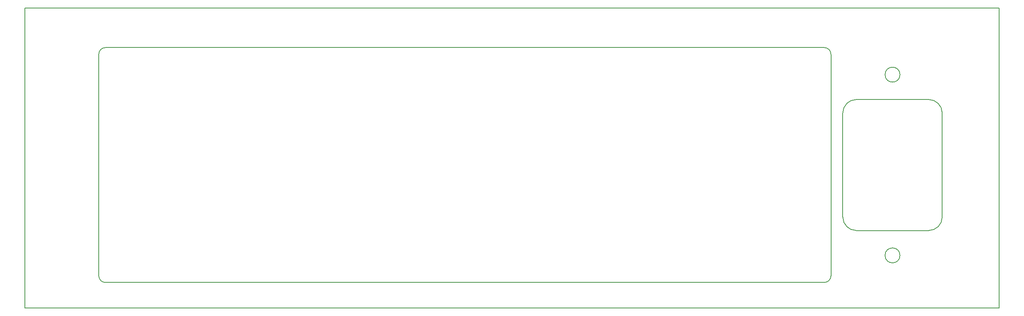
<source format=gbr>
%TF.GenerationSoftware,KiCad,Pcbnew,5.1.6*%
%TF.CreationDate,2020-07-29T12:52:39+02:00*%
%TF.ProjectId,backplate,6261636b-706c-4617-9465-2e6b69636164,rev?*%
%TF.SameCoordinates,Original*%
%TF.FileFunction,Profile,NP*%
%FSLAX46Y46*%
G04 Gerber Fmt 4.6, Leading zero omitted, Abs format (unit mm)*
G04 Created by KiCad (PCBNEW 5.1.6) date 2020-07-29 12:52:39*
%MOMM*%
%LPD*%
G01*
G04 APERTURE LIST*
%TA.AperFunction,Profile*%
%ADD10C,0.200000*%
%TD*%
G04 APERTURE END LIST*
D10*
X253740000Y-68249999D02*
X253740000Y-134649999D01*
X219120000Y-91500000D02*
G75*
G02*
X222120000Y-88500000I3000000J0D01*
G01*
X222120000Y-117500000D02*
X238120000Y-117500000D01*
X222120000Y-117500000D02*
G75*
G02*
X219120000Y-114500000I0J3000000D01*
G01*
X231770000Y-83000000D02*
G75*
G03*
X231770000Y-83000000I-1650000J0D01*
G01*
X241120000Y-114500000D02*
X241120000Y-91500000D01*
X238120000Y-88500000D02*
G75*
G02*
X241120000Y-91500000I0J-3000000D01*
G01*
X241120000Y-114500000D02*
G75*
G02*
X238120000Y-117500000I-3000000J0D01*
G01*
X238120000Y-88500000D02*
X222120000Y-88500000D01*
X231770000Y-123000000D02*
G75*
G03*
X231770000Y-123000000I-1650000J0D01*
G01*
X38140000Y-134649999D02*
X38140000Y-68249999D01*
X219120000Y-91500000D02*
X219120000Y-114500000D01*
X38140000Y-68249999D02*
X253740000Y-68249999D01*
X253740000Y-134649999D02*
X38140000Y-134649999D01*
X215000000Y-77000000D02*
G75*
G02*
X216500000Y-78500000I0J-1500000D01*
G01*
X216500000Y-127500000D02*
X216500000Y-78500000D01*
X216500001Y-127499999D02*
G75*
G02*
X215000000Y-129000000I-1500001J0D01*
G01*
X56000000Y-129000000D02*
X215000000Y-129000000D01*
X56000001Y-128999999D02*
G75*
G02*
X54500000Y-127500000I-1J1500000D01*
G01*
X54500000Y-78500000D02*
X54500000Y-127500000D01*
X54500001Y-78499999D02*
G75*
G02*
X56000000Y-77000000I1499999J0D01*
G01*
X215000000Y-77000000D02*
X56000000Y-77000000D01*
M02*

</source>
